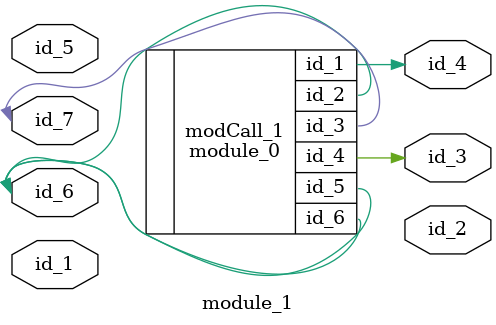
<source format=v>
module module_0 (
    id_1,
    id_2,
    id_3,
    id_4,
    id_5,
    id_6
);
  inout wire id_6;
  output wire id_5;
  output wire id_4;
  inout wire id_3;
  inout wire id_2;
  output wire id_1;
endmodule
module module_1 (
    id_1,
    id_2,
    id_3,
    id_4,
    id_5,
    id_6,
    id_7
);
  inout wire id_7;
  inout wire id_6;
  inout wire id_5;
  output wire id_4;
  output wire id_3;
  output wire id_2;
  input wire id_1;
  module_0 modCall_1 (
      id_4,
      id_6,
      id_7,
      id_3,
      id_6,
      id_6
  );
endmodule

</source>
